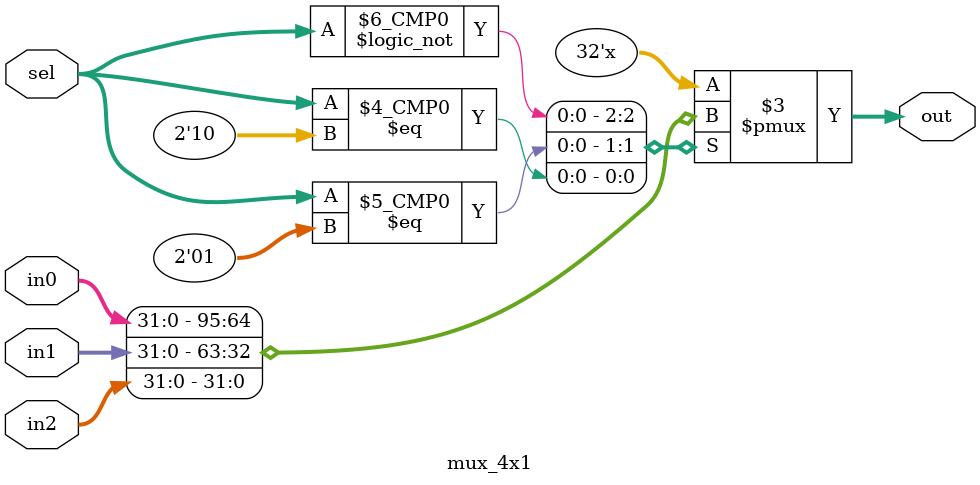
<source format=v>
`timescale 1ns / 1ps

module mux_4x1#(parameter WIDTH =32) (
        input [WIDTH-1:0] in0,in1,in2,
        input [1:0] sel,
        output reg [WIDTH-1:0] out
    );
    
    always @(*)
        begin
           case(sel)
           2'b00: out = in0;
           2'b01: out = in1;
           2'b10: out = in2;
           default: out = 'hx;
           endcase
        end
        
endmodule

</source>
